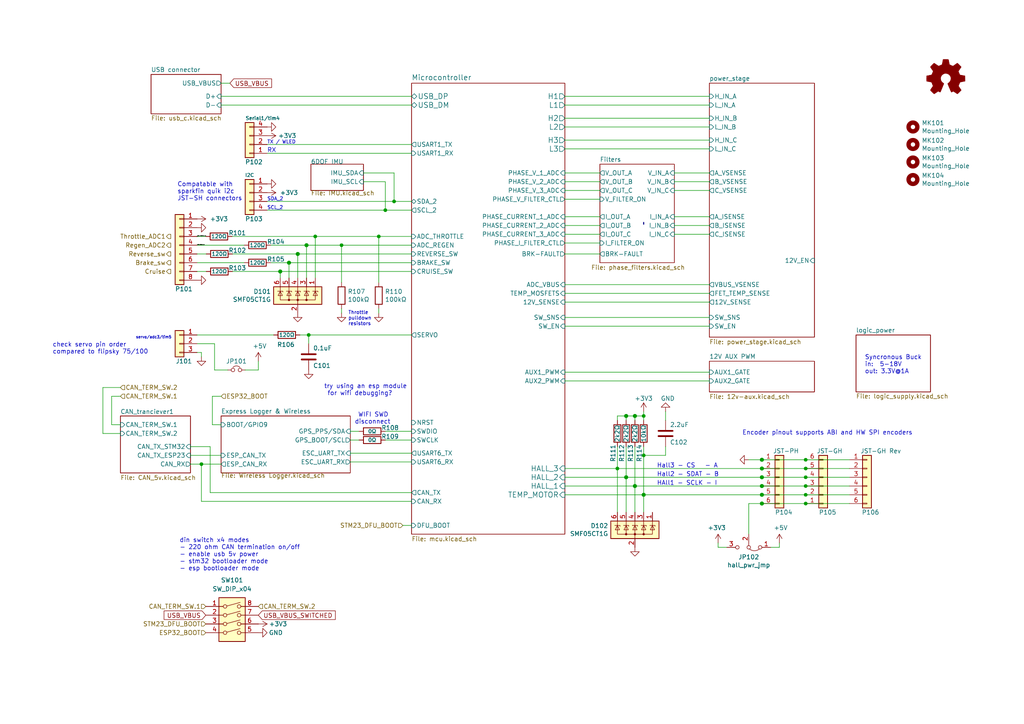
<source format=kicad_sch>
(kicad_sch (version 20230121) (generator eeschema)
  (paper "A4")
  (title_block (title "Moxie-Drive 24, vesc compatable motor controller") (date "2020-07-01") (rev "1.0") (company "Marshall Scholz"))
  (lib_symbols
    (symbol "24_control_board-rescue:+3.3V-power-MoxiE_Control_board-rescue" (power) (pin_names (offset 0))
      (property "Value" "+3.3V-power-MoxiE_Control_board-rescue" (at 0 3.556 0))
      (symbol "+3.3V-power-MoxiE_Control_board-rescue_0_1"
        (polyline (pts (xy -0.762 1.27) (xy 0 2.54)))
        (polyline (pts (xy 0 0) (xy 0 2.54)))
        (polyline (pts (xy 0 2.54) (xy 0.762 1.27)))
      )
      (symbol "+3.3V-power-MoxiE_Control_board-rescue_1_1"
        (pin power_in line (at 0 0 90) (length 0) hide (name "+3V3") (number "1"))
      )
    )
    (symbol "24_control_board-rescue:Conn_01x04-Connector_Generic-MoxiE_Control_board-rescue" (pin_names hide)
      (property "Reference" "J" (at 0 5.08 0))
      (property "Value" "Conn_01x04-Connector_Generic-MoxiE_Control_board-rescue" (at 0 -7.62 0))
      (symbol "Conn_01x04-Connector_Generic-MoxiE_Control_board-rescue_1_1"
        (rectangle (start -1.27 -4.953) (end 0 -5.207) (stroke (width 0.1524)))
        (rectangle (start -1.27 -2.413) (end 0 -2.667) (stroke (width 0.1524)))
        (rectangle (start -1.27 0.127) (end 0 -0.127) (stroke (width 0.1524)))
        (rectangle (start -1.27 2.667) (end 0 2.413) (stroke (width 0.1524)))
        (rectangle (start -1.27 3.81) (end 1.27 -6.35) (stroke (width 0.254)) (fill (type background)))
        (pin passive line (at -5.08 2.54 0) (length 3.81) (name "Pin_1") (number "1"))
        (pin passive line (at -5.08 0 0) (length 3.81) (name "Pin_2") (number "2"))
        (pin passive line (at -5.08 -2.54 0) (length 3.81) (name "Pin_3") (number "3"))
        (pin passive line (at -5.08 -5.08 0) (length 3.81) (name "Pin_4") (number "4"))
      )
    )
    (symbol "24_control_board-rescue:Conn_01x06-Connector_Generic-MoxiE_Control_board-rescue" (pin_names hide)
      (property "Reference" "J" (at 0 7.62 0))
      (property "Value" "Conn_01x06-Connector_Generic-MoxiE_Control_board-rescue" (at 0 -10.16 0))
      (symbol "Conn_01x06-Connector_Generic-MoxiE_Control_board-rescue_1_1"
        (rectangle (start -1.27 -7.493) (end 0 -7.747) (stroke (width 0.1524)))
        (rectangle (start -1.27 -4.953) (end 0 -5.207) (stroke (width 0.1524)))
        (rectangle (start -1.27 -2.413) (end 0 -2.667) (stroke (width 0.1524)))
        (rectangle (start -1.27 0.127) (end 0 -0.127) (stroke (width 0.1524)))
        (rectangle (start -1.27 2.667) (end 0 2.413) (stroke (width 0.1524)))
        (rectangle (start -1.27 5.207) (end 0 4.953) (stroke (width 0.1524)))
        (rectangle (start -1.27 6.35) (end 1.27 -8.89) (stroke (width 0.254)) (fill (type background)))
        (pin passive line (at -5.08 5.08 0) (length 3.81) (name "Pin_1") (number "1"))
        (pin passive line (at -5.08 2.54 0) (length 3.81) (name "Pin_2") (number "2"))
        (pin passive line (at -5.08 0 0) (length 3.81) (name "Pin_3") (number "3"))
        (pin passive line (at -5.08 -2.54 0) (length 3.81) (name "Pin_4") (number "4"))
        (pin passive line (at -5.08 -5.08 0) (length 3.81) (name "Pin_5") (number "5"))
        (pin passive line (at -5.08 -7.62 0) (length 3.81) (name "Pin_6") (number "6"))
      )
    )
    (symbol "24_control_board-rescue:GND-power-MoxiE_Control_board-rescue" (power) (pin_names (offset 0))
      (property "Value" "GND-power-MoxiE_Control_board-rescue" (at 0 -3.81 0))
      (symbol "GND-power-MoxiE_Control_board-rescue_0_1"
        (polyline (pts (xy 0 0) (xy 0 -1.27) (xy 1.27 -1.27) (xy 0 -2.54) (xy -1.27 -1.27) (xy 0 -1.27)))
      )
      (symbol "GND-power-MoxiE_Control_board-rescue_1_1"
        (pin power_in line (at 0 0 270) (length 0) hide (name "GND") (number "1"))
      )
    )
    (symbol "24_control_board-rescue:R-Device-MoxiE_Control_board-rescue" (pin_numbers hide) (pin_names (offset 0))
      (property "Reference" "R" (at 2.032 0 90))
      (property "Value" "R-Device-MoxiE_Control_board-rescue" (at 0 0 90))
      (symbol "R-Device-MoxiE_Control_board-rescue_0_1"
        (rectangle (start -1.016 -2.54) (end 1.016 2.54) (stroke (width 0.254)))
      )
      (symbol "R-Device-MoxiE_Control_board-rescue_1_1"
        (pin passive line (at 0 3.81 270) (length 1.27) (name "~") (number "1"))
        (pin passive line (at 0 -3.81 90) (length 1.27) (name "~") (number "2"))
      )
    )
    (symbol "Connector_Generic:Conn_01x03" (pin_names (offset 1.016) hide)
      (property "Reference" "J" (at 0 5.08 0))
      (property "Value" "Conn_01x03" (at 0 -5.08 0))
      (symbol "Conn_01x03_1_1"
        (rectangle (start -1.27 -2.413) (end 0 -2.667) (stroke (width 0.1524)))
        (rectangle (start -1.27 0.127) (end 0 -0.127) (stroke (width 0.1524)))
        (rectangle (start -1.27 2.667) (end 0 2.413) (stroke (width 0.1524)))
        (rectangle (start -1.27 3.81) (end 1.27 -3.81) (stroke (width 0.254)) (fill (type background)))
        (pin passive line (at -5.08 2.54 0) (length 3.81) (name "Pin_1") (number "1"))
        (pin passive line (at -5.08 0 0) (length 3.81) (name "Pin_2") (number "2"))
        (pin passive line (at -5.08 -2.54 0) (length 3.81) (name "Pin_3") (number "3"))
      )
    )
    (symbol "Connector_Generic:Conn_01x06" (pin_names (offset 1.016) hide)
      (property "Reference" "J" (at 0 7.62 0))
      (property "Value" "Conn_01x06" (at 0 -10.16 0))
      (symbol "Conn_01x06_1_1"
        (rectangle (start -1.27 -7.493) (end 0 -7.747) (stroke (width 0.1524)))
        (rectangle (start -1.27 -4.953) (end 0 -5.207) (stroke (width 0.1524)))
        (rectangle (start -1.27 -2.413) (end 0 -2.667) (stroke (width 0.1524)))
        (rectangle (start -1.27 0.127) (end 0 -0.127) (stroke (width 0.1524)))
        (rectangle (start -1.27 2.667) (end 0 2.413) (stroke (width 0.1524)))
        (rectangle (start -1.27 5.207) (end 0 4.953) (stroke (width 0.1524)))
        (rectangle (start -1.27 6.35) (end 1.27 -8.89) (stroke (width 0.254)) (fill (type background)))
        (pin passive line (at -5.08 5.08 0) (length 3.81) (name "Pin_1") (number "1"))
        (pin passive line (at -5.08 2.54 0) (length 3.81) (name "Pin_2") (number "2"))
        (pin passive line (at -5.08 0 0) (length 3.81) (name "Pin_3") (number "3"))
        (pin passive line (at -5.08 -2.54 0) (length 3.81) (name "Pin_4") (number "4"))
        (pin passive line (at -5.08 -5.08 0) (length 3.81) (name "Pin_5") (number "5"))
        (pin passive line (at -5.08 -7.62 0) (length 3.81) (name "Pin_6") (number "6"))
      )
    )
    (symbol "Connector_Generic:Conn_01x08" (pin_names hide)
      (property "Reference" "J" (at 0 10.16 0))
      (property "Value" "Conn_01x08" (at 0 -12.7 0))
      (symbol "Conn_01x08_1_1"
        (rectangle (start -1.27 -10.033) (end 0 -10.287) (stroke (width 0.1524)))
        (rectangle (start -1.27 -7.493) (end 0 -7.747) (stroke (width 0.1524)))
        (rectangle (start -1.27 -4.953) (end 0 -5.207) (stroke (width 0.1524)))
        (rectangle (start -1.27 -2.413) (end 0 -2.667) (stroke (width 0.1524)))
        (rectangle (start -1.27 0.127) (end 0 -0.127) (stroke (width 0.1524)))
        (rectangle (start -1.27 2.667) (end 0 2.413) (stroke (width 0.1524)))
        (rectangle (start -1.27 5.207) (end 0 4.953) (stroke (width 0.1524)))
        (rectangle (start -1.27 7.747) (end 0 7.493) (stroke (width 0.1524)))
        (rectangle (start -1.27 8.89) (end 1.27 -11.43) (stroke (width 0.254)) (fill (type background)))
        (pin passive line (at -5.08 7.62 0) (length 3.81) (name "Pin_1") (number "1"))
        (pin passive line (at -5.08 5.08 0) (length 3.81) (name "Pin_2") (number "2"))
        (pin passive line (at -5.08 2.54 0) (length 3.81) (name "Pin_3") (number "3"))
        (pin passive line (at -5.08 0 0) (length 3.81) (name "Pin_4") (number "4"))
        (pin passive line (at -5.08 -2.54 0) (length 3.81) (name "Pin_5") (number "5"))
        (pin passive line (at -5.08 -5.08 0) (length 3.81) (name "Pin_6") (number "6"))
        (pin passive line (at -5.08 -7.62 0) (length 3.81) (name "Pin_7") (number "7"))
        (pin passive line (at -5.08 -10.16 0) (length 3.81) (name "Pin_8") (number "8"))
      )
    )
    (symbol "Device:C" (pin_numbers hide) (pin_names (offset 0.254))
      (property "Reference" "C" (at 0.635 2.54 0))
      (property "Value" "C" (at 0.635 -2.54 0))
      (symbol "C_0_1"
        (polyline (pts (xy -2.032 -0.762) (xy 2.032 -0.762)) (stroke (width 0.508)))
        (polyline (pts (xy -2.032 0.762) (xy 2.032 0.762)) (stroke (width 0.508)))
      )
      (symbol "C_1_1"
        (pin passive line (at 0 3.81 270) (length 2.794) (name "~") (number "1"))
        (pin passive line (at 0 -3.81 90) (length 2.794) (name "~") (number "2"))
      )
    )
    (symbol "Device:Jumper_NC_Small" (pin_numbers hide) (pin_names (offset 0.762) hide)
      (property "Reference" "JP" (at 0 2.032 0))
      (property "Value" "Jumper_NC_Small" (at 0.254 -1.524 0))
      (symbol "Jumper_NC_Small_0_1"
        (circle (center -1.016 0) (radius 0.508))
        (circle (center 1.016 0) (radius 0.508))
        (arc (start 1.016 0.762) (mid 0 1.1828) (end -1.016 0.762))
        (pin passive line (at -2.54 0 0) (length 1.016) (name "1") (number "1"))
        (pin passive line (at 2.54 0 180) (length 1.016) (name "2") (number "2"))
      )
    )
    (symbol "Graphic:Logo_Open_Hardware_Small"
      (symbol "Logo_Open_Hardware_Small_0_1"
        (polyline (pts (xy 3.3528 -4.3434) (xy 3.302 -4.318) (xy 3.175 -4.2418) (xy 2.9972 -4.1148) (xy 2.7686 -3.9624) (xy 2.54 -3.81) (xy 2.3622 -3.7084) (xy 2.2352 -3.6068) (xy 2.1844 -3.5814) (xy 2.159 -3.6068) (xy 2.0574 -3.6576) (xy 1.905 -3.7338) (xy 1.8034 -3.7846) (xy 1.6764 -3.8354) (xy 1.6002 -3.8354) (xy 1.6002 -3.8354) (xy 1.5494 -3.7338) (xy 1.4732 -3.5306) (xy 1.3462 -3.302) (xy 1.2446 -3.0226) (xy 1.1176 -2.7178) (xy 0.9652 -2.413) (xy 0.8636 -2.1082) (xy 0.7366 -1.8288) (xy 0.6604 -1.6256) (xy 0.6096 -1.4732) (xy 0.5842 -1.397) (xy 0.5842 -1.397) (xy 0.6604 -1.3208) (xy 0.7874 -1.2446) (xy 1.0414 -1.016) (xy 1.2954 -0.6858) (xy 1.4478 -0.3302) (xy 1.524 0.0762) (xy 1.4732 0.4572) (xy 1.3208 0.8128) (xy 1.0668 1.143) (xy 0.762 1.3716) (xy 0.4064 1.524) (xy 0 1.5748) (xy -0.381 1.5494) (xy -0.7366 1.397) (xy -1.0668 1.143) (xy -1.2192 0.9906) (xy -1.397 0.6604) (xy -1.524 0.3048) (xy -1.524 0.2286) (xy -1.4986 -0.1778) (xy -1.397 -0.5334) (xy -1.1938 -0.8636) (xy -0.9144 -1.143) (xy -0.8636 -1.1684) (xy -0.7366 -1.27) (xy -0.635 -1.3462) (xy -0.5842 -1.397) (xy -1.0668 -2.5908) (xy -1.143 -2.794) (xy -1.2954 -3.1242) (xy -1.397 -3.4036) (xy -1.4986 -3.6322) (xy -1.5748 -3.7846) (xy -1.6002 -3.8354) (xy -1.6002 -3.8354) (xy -1.651 -3.8354) (xy -1.7272 -3.81) (xy -1.905 -3.7338) (xy -2.0066 -3.683) (xy -2.1336 -3.6068) (xy -2.2098 -3.5814) (xy -2.2606 -3.6068) (xy -2.3622 -3.683) (xy -2.54 -3.81) (xy -2.7686 -3.9624) (xy -2.9718 -4.0894) (xy -3.1496 -4.2164) (xy -3.302 -4.318) (xy -3.3528 -4.3434) (xy -3.3782 -4.3434) (xy -3.429 -4.318) (xy -3.5306 -4.2164) (xy -3.7084 -4.064) (xy -3.937 -3.8354) (xy -3.9624 -3.81) (xy -4.1656 -3.6068) (xy -4.318 -3.4544) (xy -4.4196 -3.3274) (xy -4.445 -3.2766) (xy -4.445 -3.2766) (xy -4.4196 -3.2258) (xy -4.318 -3.0734) (xy -4.2164 -2.8956) (xy -4.064 -2.667) (xy -3.6576 -2.0828) (xy -3.8862 -1.5494) (xy -3.937 -1.3716) (xy -4.0386 -1.1684) (xy -4.0894 -1.0414) (xy -4.1148 -0.9652) (xy -4.191 -0.9398) (xy -4.318 -0.9144) (xy -4.5466 -0.8636) (xy -4.8006 -0.8128) (xy -5.0546 -0.7874) (xy -5.2578 -0.7366) (xy -5.4356 -0.7112) (xy -5.5118 -0.6858) (xy -5.5118 -0.6858) (xy -5.5372 -0.635) (xy -5.5372 -0.5588) (xy -5.5372 -0.4318) (xy -5.5626 -0.2286) (xy -5.5626 0.0762) (xy -5.5626 0.127) (xy -5.5372 0.4064) (xy -5.5372 0.635) (xy -5.5372 0.762) (xy -5.5372 0.8382) (xy -5.5372 0.8382) (xy -5.461 0.8382) (xy -5.3086 0.889) (xy -5.08 0.9144) (xy -4.826 0.9652) (xy -4.8006 0.9906) (xy -4.5466 1.0414) (xy -4.318 1.0668) (xy -4.1656 1.1176) (xy -4.0894 1.143) (xy -4.0894 1.143) (xy -4.0386 1.2446) (xy -3.9624 1.4224) (xy -3.8608 1.6256) (xy -3.7846 1.8288) (xy -3.7084 2.0066) (xy -3.6576 2.159) (xy -3.6322 2.2098) (xy -3.6322 2.2098) (xy -3.683 2.286) (xy -3.7592 2.413) (xy -3.8862 2.5908) (xy -4.064 2.8194) (xy -4.064 2.8448) (xy -4.2164 3.0734) (xy -4.3434 3.2512) (xy -4.4196 3.3782) (xy -4.445 3.4544) (xy -4.445 3.4544) (xy -4.3942 3.5052) (xy -4.2926 3.6322) (xy -4.1148 3.81) (xy -3.937 4.0132) (xy -3.8608 4.064) (xy -3.6576 4.2926) (xy -3.5052 4.4196) (xy -3.4036 4.4958) (xy -3.3528 4.5212) (xy -3.3528 4.5212) (xy -3.302 4.4704) (xy -3.1496 4.3688) (xy -2.9718 4.2418) (xy -2.7432 4.0894) (xy -2.7178 4.0894) (xy -2.4892 3.937) (xy -2.3114 3.81) (xy -2.1844 3.7084) (xy -2.1336 3.683) (xy -2.1082 3.683) (xy -2.032 3.7084) (xy -1.8542 3.7592) (xy -1.6764 3.8354) (xy -1.4732 3.937) (xy -1.27 4.0132) (xy -1.143 4.064) (xy -1.0668 4.1148) (xy -1.0668 4.1148) (xy -1.0414 4.191) (xy -1.016 4.3434) (xy -0.9652 4.572) (xy -0.9144 4.8514) (xy -0.889 4.9022) (xy -0.8382 5.1562) (xy -0.8128 5.3848) (xy -0.7874 5.5372) (xy -0.762 5.588) (xy -0.7112 5.6134) (xy -0.5842 5.6134) (xy -0.4064 5.6134) (xy -0.1524 5.6134) (xy 0.0762 5.6134) (xy 0.3302 5.6134) (xy 0.5334 5.6134) (xy 0.6858 5.588) (xy 0.7366 5.588) (xy 0.7366 5.588) (xy 0.762 5.5118) (xy 0.8128 5.334) (xy 0.8382 5.1054) (xy 0.9144 4.826) (xy 0.9144 4.7752) (xy 0.9652 4.5212) (xy 1.016 4.2926) (xy 1.0414 4.1402) (xy 1.0668 4.0894) (xy 1.0668 4.0894) (xy 1.1938 4.0386) (xy 1.3716 3.9624) (xy 1.5748 3.8608) (xy 2.0828 3.6576) (xy 2.7178 4.0894) (xy 2.7686 4.1402) (xy 2.9972 4.2926) (xy 3.175 4.4196) (xy 3.302 4.4958) (xy 3.3782 4.5212) (xy 3.3782 4.5212) (xy 3.429 4.4704) (xy 3.556 4.3434) (xy 3.7338 4.191) (xy 3.9116 3.9878) (xy 4.064 3.8354) (xy 4.2418 3.6576) (xy 4.3434 3.556) (xy 4.4196 3.4798) (xy 4.4196 3.429) (xy 4.4196 3.4036) (xy 4.3942 3.3274) (xy 4.2926 3.2004) (xy 4.1656 2.9972) (xy 4.0132 2.794) (xy 3.8862 2.5908) (xy 3.7592 2.3876) (xy 3.6576 2.2352) (xy 3.6322 2.159) (xy 3.6322 2.1336) (xy 3.683 2.0066) (xy 3.7592 1.8288) (xy 3.8608 1.6002) (xy 4.064 1.1176) (xy 4.3942 1.0414) (xy 4.5974 1.016) (xy 4.8768 0.9652) (xy 5.1308 0.9144) (xy 5.5372 0.8382) (xy 5.5626 -0.6604) (xy 5.4864 -0.6858) (xy 5.4356 -0.6858) (xy 5.2832 -0.7366) (xy 5.0546 -0.762) (xy 4.8006 -0.8128) (xy 4.5974 -0.8636) (xy 4.3688 -0.9144) (xy 4.2164 -0.9398) (xy 4.1402 -0.9398) (xy 4.1148 -0.9652) (xy 4.064 -1.0668) (xy 3.9878 -1.2446) (xy 3.9116 -1.4478) (xy 3.81 -1.651) (xy 3.7338 -1.8542) (xy 3.683 -2.0066) (xy 3.6576 -2.0828) (xy 3.683 -2.1336) (xy 3.7846 -2.2606) (xy 3.8862 -2.4638) (xy 4.0386 -2.667) (xy 4.191 -2.8956) (xy 4.318 -3.0734) (xy 4.3942 -3.2004) (xy 4.445 -3.2766) (xy 4.4196 -3.3274) (xy 4.3434 -3.429) (xy 4.1656 -3.5814) (xy 3.937 -3.8354) (xy 3.8862 -3.8608) (xy 3.683 -4.064) (xy 3.5306 -4.2164) (xy 3.4036 -4.318) (xy 3.3528 -4.3434)) (fill (type outline)))
      )
    )
    (symbol "Jumper:Jumper_3_Bridged12" (pin_names (offset 0) hide)
      (property "Reference" "JP" (at -2.54 -2.54 0))
      (property "Value" "Jumper_3_Bridged12" (at 0 2.794 0))
      (symbol "Jumper_3_Bridged12_0_0"
        (circle (center -3.302 0) (radius 0.508))
        (circle (center 0 0) (radius 0.508))
        (circle (center 3.302 0) (radius 0.508))
      )
      (symbol "Jumper_3_Bridged12_0_1"
        (arc (start -0.254 0.508) (mid -1.651 0.9912) (end -3.048 0.508))
        (polyline (pts (xy 0 -1.27) (xy 0 -0.508)))
      )
      (symbol "Jumper_3_Bridged12_1_1"
        (pin passive line (at -6.35 0 0) (length 2.54) (name "A") (number "1"))
        (pin input line (at 0 -3.81 90) (length 2.54) (name "C") (number "2"))
        (pin passive line (at 6.35 0 180) (length 2.54) (name "B") (number "3"))
      )
    )
    (symbol "Mechanical:MountingHole"
      (property "Reference" "H" (at 0 5.08 0))
      (property "Value" "MountingHole" (at 0 3.175 0))
      (symbol "MountingHole_0_1"
        (circle (center 0 0) (radius 1.27) (stroke (width 1.27)))
      )
    )
    (symbol "Power_Protection:SP0505BAHT" (pin_names hide)
      (property "Reference" "D" (at 7.62 2.54 0))
      (property "Value" "SP0505BAHT" (at 7.62 0.635 0))
      (symbol "SP0505BAHT_0_0"
        (pin passive line (at 0 -5.08 90) (length 2.54) (name "A") (number "2"))
      )
      (symbol "SP0505BAHT_0_1"
        (rectangle (start -6.985 2.54) (end 6.985 -2.54) (stroke (width 0.254)) (fill (type background)))
        (circle (center -2.54 -1.27) (radius 0.254) (fill (type outline)))
        (circle (center 0 -1.27) (radius 0.254) (fill (type outline)))
        (polyline (pts (xy -5.08 2.54) (xy -5.08 1.27)))
        (polyline (pts (xy -2.54 2.54) (xy -2.54 1.27)))
        (polyline (pts (xy 0 -1.27) (xy 0 -2.54)))
        (polyline (pts (xy 0 -1.27) (xy 0 1.27)))
        (polyline (pts (xy 0 2.54) (xy 0 1.27)))
        (polyline (pts (xy 0.635 1.27) (xy 0.762 1.27)))
        (polyline (pts (xy 2.54 2.54) (xy 2.54 1.27)))
        (polyline (pts (xy 5.08 2.54) (xy 5.08 1.27)))
        (polyline (pts (xy -5.08 1.27) (xy -5.08 -1.27) (xy -2.54 -1.27)))
        (polyline (pts (xy 0.635 1.27) (xy -0.762 1.27) (xy -0.762 1.016)))
        (polyline (pts (xy 5.08 1.27) (xy 5.08 -1.27) (xy 2.54 -1.27)))
        (polyline (pts (xy -5.842 1.016) (xy -5.842 1.27) (xy -4.445 1.27) (xy -4.318 1.27)))
        (polyline (pts (xy -5.08 1.27) (xy -4.445 0) (xy -5.715 0) (xy -5.08 1.27)))
        (polyline (pts (xy -3.302 1.016) (xy -3.302 1.27) (xy -1.905 1.27) (xy -1.778 1.27)))
        (polyline (pts (xy -2.54 1.27) (xy -2.54 -1.27) (xy 2.54 -1.27) (xy 2.54 1.27)))
        (polyline (pts (xy -2.54 1.27) (xy -1.905 0) (xy -3.175 0) (xy -2.54 1.27)))
        (polyline (pts (xy 0.635 0) (xy -0.635 0) (xy 0 1.27) (xy 0.635 0)))
        (polyline (pts (xy 1.778 1.016) (xy 1.778 1.27) (xy 3.175 1.27) (xy 3.302 1.27)))
        (polyline (pts (xy 2.54 1.27) (xy 1.905 0) (xy 3.175 0) (xy 2.54 1.27)))
        (polyline (pts (xy 4.318 1.016) (xy 4.318 1.27) (xy 5.715 1.27) (xy 5.842 1.27)))
        (polyline (pts (xy 5.08 1.27) (xy 4.445 0) (xy 5.715 0) (xy 5.08 1.27)))
        (circle (center 2.54 -1.27) (radius 0.254) (fill (type outline)))
      )
      (symbol "SP0505BAHT_1_1"
        (pin passive line (at -5.08 5.08 270) (length 2.54) (name "K") (number "1"))
        (pin passive line (at -2.54 5.08 270) (length 2.54) (name "K") (number "3"))
        (pin passive line (at 0 5.08 270) (length 2.54) (name "K") (number "4"))
        (pin passive line (at 2.54 5.08 270) (length 2.54) (name "K") (number "5"))
        (pin passive line (at 5.08 5.08 270) (length 2.54) (name "K") (number "6"))
      )
    )
    (symbol "Switch:SW_DIP_x04" (pin_names (offset 0) hide)
      (property "Reference" "SW" (at 0 8.89 0))
      (property "Value" "SW_DIP_x04" (at 0 -6.35 0))
      (symbol "SW_DIP_x04_0_0"
        (circle (center -2.032 -2.54) (radius 0.508))
        (circle (center -2.032 0) (radius 0.508))
        (circle (center -2.032 2.54) (radius 0.508))
        (circle (center -2.032 5.08) (radius 0.508))
        (polyline (pts (xy -1.524 -2.3876) (xy 2.3622 -1.3462)))
        (polyline (pts (xy -1.524 0.127) (xy 2.3622 1.1684)))
        (polyline (pts (xy -1.524 2.667) (xy 2.3622 3.7084)))
        (polyline (pts (xy -1.524 5.207) (xy 2.3622 6.2484)))
        (circle (center 2.032 -2.54) (radius 0.508))
        (circle (center 2.032 0) (radius 0.508))
        (circle (center 2.032 2.54) (radius 0.508))
        (circle (center 2.032 5.08) (radius 0.508))
      )
      (symbol "SW_DIP_x04_0_1"
        (rectangle (start -3.81 7.62) (end 3.81 -5.08) (stroke (width 0.254)) (fill (type background)))
      )
      (symbol "SW_DIP_x04_1_1"
        (pin passive line (at -7.62 5.08 0) (length 5.08) (name "~") (number "1"))
        (pin passive line (at -7.62 2.54 0) (length 5.08) (name "~") (number "2"))
        (pin passive line (at -7.62 0 0) (length 5.08) (name "~") (number "3"))
        (pin passive line (at -7.62 -2.54 0) (length 5.08) (name "~") (number "4"))
        (pin passive line (at 7.62 -2.54 180) (length 5.08) (name "~") (number "5"))
        (pin passive line (at 7.62 0 180) (length 5.08) (name "~") (number "6"))
        (pin passive line (at 7.62 2.54 180) (length 5.08) (name "~") (number "7"))
        (pin passive line (at 7.62 5.08 180) (length 5.08) (name "~") (number "8"))
      )
    )
    (symbol "power:+5V" (power) (pin_names (offset 0))
      (property "Value" "+5V" (at 0 3.556 0))
      (symbol "+5V_0_1"
        (polyline (pts (xy -0.762 1.27) (xy 0 2.54)))
        (polyline (pts (xy 0 0) (xy 0 2.54)))
        (polyline (pts (xy 0 2.54) (xy 0.762 1.27)))
      )
      (symbol "+5V_1_1"
        (pin power_in line (at 0 0 90) (length 0) hide (name "+5V") (number "1"))
      )
    )
  )
  (junction (at 220.98 140.97) (diameter 1.016))
  (junction (at 181.61 120.65) (diameter 1.016))
  (junction (at 81.28 78.74) (diameter 1.016))
  (junction (at 220.98 133.35) (diameter 1.016))
  (junction (at 179.07 135.89))
  (junction (at 186.69 132.08))
  (junction (at 233.68 143.51))
  (junction (at 233.68 133.35))
  (junction (at 109.855 68.58))
  (junction (at 220.98 138.43) (diameter 1.016))
  (junction (at 58.42 134.62))
  (junction (at 89.535 97.155))
  (junction (at 233.68 140.97))
  (junction (at 186.69 120.65))
  (junction (at 233.68 135.89))
  (junction (at 181.61 138.43) (diameter 1.016))
  (junction (at 186.69 143.51) (diameter 1.016))
  (junction (at 220.98 146.05) (diameter 1.016))
  (junction (at 86.36 73.66) (diameter 1.016))
  (junction (at 111.76 60.96))
  (junction (at 114.3 58.42))
  (junction (at 220.98 135.89) (diameter 1.016))
  (junction (at 233.68 138.43))
  (junction (at 88.9 71.12) (diameter 1.016))
  (junction (at 220.98 143.51) (diameter 1.016))
  (junction (at 233.68 146.05))
  (junction (at 184.15 140.97) (diameter 1.016))
  (junction (at 184.15 120.65) (diameter 1.016))
  (junction (at 91.44 68.58))
  (junction (at 99.06 71.12))
  (junction (at 83.82 76.2) (diameter 1.016))
  (wire (pts (xy 91.44 68.58) (xy 91.44 80.645)))
  (wire (pts (xy 81.28 78.74) (xy 119.38 78.74)))
  (wire (pts (xy 205.74 50.165) (xy 195.58 50.165)))
  (wire (pts (xy 163.83 70.485) (xy 173.99 70.485)))
  (wire (pts (xy 163.83 110.49) (xy 205.74 110.49)))
  (wire (pts (xy 77.47 44.45) (xy 119.38 44.45)))
  (wire (pts (xy 233.68 143.51) (xy 246.38 143.51)))
  (wire (pts (xy 89.535 97.155) (xy 119.38 97.155)))
  (wire (pts (xy 77.47 58.42) (xy 114.3 58.42)))
  (wire (pts (xy 60.96 142.875) (xy 119.38 142.875)))
  (wire (pts (xy 88.9 71.12) (xy 99.06 71.12)))
  (wire (pts (xy 195.58 62.865) (xy 205.74 62.865)))
  (wire (pts (xy 184.15 140.97) (xy 184.15 148.59)))
  (wire (pts (xy 220.98 133.35) (xy 233.68 133.35)))
  (wire (pts (xy 64.135 24.13) (xy 66.675 24.13)))
  (wire (pts (xy 61.595 114.935) (xy 64.135 114.935)))
  (wire (pts (xy 29.845 112.395) (xy 34.925 112.395)))
  (wire (pts (xy 186.69 143.51) (xy 220.98 143.51)))
  (wire (pts (xy 78.486 71.12) (xy 88.9 71.12)))
  (wire (pts (xy 217.17 146.05) (xy 220.98 146.05)))
  (wire (pts (xy 81.28 78.74) (xy 81.28 80.645)))
  (wire (pts (xy 163.83 36.83) (xy 205.74 36.83)))
  (wire (pts (xy 111.76 60.96) (xy 119.38 60.96)))
  (wire (pts (xy 163.83 140.97) (xy 184.15 140.97)))
  (wire (pts (xy 163.83 52.705) (xy 173.99 52.705)))
  (wire (pts (xy 86.36 73.66) (xy 86.36 80.645)))
  (wire (pts (xy 32.385 114.935) (xy 34.925 114.935)))
  (wire (pts (xy 101.6 127.635) (xy 104.14 127.635)))
  (wire (pts (xy 109.855 81.915) (xy 109.855 68.58)))
  (wire (pts (xy 223.52 158.75) (xy 226.06 158.75)))
  (wire (pts (xy 86.36 73.66) (xy 119.38 73.66)))
  (wire (pts (xy 181.61 129.54) (xy 181.61 138.43)))
  (wire (pts (xy 111.76 52.705) (xy 111.76 60.96)))
  (wire (pts (xy 58.42 102.235) (xy 58.42 103.505)))
  (wire (pts (xy 217.17 154.94) (xy 217.17 146.05)))
  (wire (pts (xy 186.69 119.38) (xy 186.69 120.65)))
  (wire (pts (xy 111.76 125.095) (xy 119.38 125.095)))
  (wire (pts (xy 55.245 132.08) (xy 64.135 132.08)))
  (wire (pts (xy 57.15 73.66) (xy 59.817 73.66)))
  (wire (pts (xy 67.437 73.66) (xy 86.36 73.66)))
  (wire (pts (xy 58.42 145.415) (xy 58.42 134.62)))
  (wire (pts (xy 111.76 127.635) (xy 119.38 127.635)))
  (wire (pts (xy 220.98 138.43) (xy 233.68 138.43)))
  (wire (pts (xy 233.68 140.97) (xy 246.38 140.97)))
  (wire (pts (xy 57.15 71.12) (xy 70.866 71.12)))
  (wire (pts (xy 173.99 50.165) (xy 163.83 50.165)))
  (wire (pts (xy 173.99 57.785) (xy 163.83 57.785)))
  (wire (pts (xy 86.995 97.155) (xy 89.535 97.155)))
  (wire (pts (xy 105.41 52.705) (xy 111.76 52.705)))
  (wire (pts (xy 57.15 102.235) (xy 58.42 102.235)))
  (wire (pts (xy 57.15 97.155) (xy 79.375 97.155)))
  (wire (pts (xy 99.06 71.12) (xy 99.06 81.915)))
  (wire (pts (xy 101.6 131.445) (xy 119.38 131.445)))
  (wire (pts (xy 205.74 34.29) (xy 163.83 34.29)))
  (wire (pts (xy 184.15 129.54) (xy 184.15 140.97)))
  (wire (pts (xy 163.83 92.075) (xy 205.74 92.075)))
  (wire (pts (xy 186.69 129.54) (xy 186.69 132.08)))
  (wire (pts (xy 195.58 52.705) (xy 205.74 52.705)))
  (wire (pts (xy 29.845 125.73) (xy 34.925 125.73)))
  (wire (pts (xy 233.68 133.35) (xy 246.38 133.35)))
  (wire (pts (xy 60.96 129.54) (xy 60.96 142.875)))
  (wire (pts (xy 163.83 94.615) (xy 205.74 94.615)))
  (wire (pts (xy 163.83 107.95) (xy 205.74 107.95)))
  (wire (pts (xy 208.28 158.75) (xy 210.82 158.75)))
  (wire (pts (xy 101.6 133.985) (xy 119.38 133.985)))
  (wire (pts (xy 163.83 67.945) (xy 173.99 67.945)))
  (wire (pts (xy 193.04 129.54) (xy 193.04 132.08)))
  (wire (pts (xy 57.15 76.2) (xy 70.866 76.2)))
  (wire (pts (xy 77.47 60.96) (xy 111.76 60.96)))
  (wire (pts (xy 205.74 27.94) (xy 163.83 27.94)))
  (wire (pts (xy 32.385 123.19) (xy 32.385 114.935)))
  (wire (pts (xy 64.135 27.94) (xy 119.38 27.94)))
  (wire (pts (xy 195.58 67.945) (xy 205.74 67.945)))
  (wire (pts (xy 220.98 133.35) (xy 217.17 133.35)))
  (wire (pts (xy 109.855 68.58) (xy 119.38 68.58)))
  (wire (pts (xy 78.486 76.2) (xy 83.82 76.2)))
  (wire (pts (xy 114.3 58.42) (xy 119.38 58.42)))
  (wire (pts (xy 83.82 80.645) (xy 83.82 76.2)))
  (wire (pts (xy 181.61 148.59) (xy 181.61 138.43)))
  (wire (pts (xy 184.15 121.92) (xy 184.15 120.65)))
  (wire (pts (xy 205.74 55.245) (xy 195.58 55.245)))
  (wire (pts (xy 186.69 143.51) (xy 186.69 148.59)))
  (wire (pts (xy 163.83 135.89) (xy 179.07 135.89)))
  (bus (pts (xy 186.69 64.516) (xy 186.69 65.024)))
  (wire (pts (xy 205.74 40.64) (xy 163.83 40.64)))
  (wire (pts (xy 220.98 135.89) (xy 233.68 135.89)))
  (wire (pts (xy 163.83 43.18) (xy 205.74 43.18)))
  (wire (pts (xy 101.6 125.095) (xy 104.14 125.095)))
  (wire (pts (xy 163.83 143.51) (xy 186.69 143.51)))
  (wire (pts (xy 184.15 140.97) (xy 220.98 140.97)))
  (wire (pts (xy 163.83 62.865) (xy 173.99 62.865)))
  (wire (pts (xy 186.69 132.08) (xy 193.04 132.08)))
  (wire (pts (xy 179.07 135.89) (xy 220.98 135.89)))
  (wire (pts (xy 89.535 97.155) (xy 89.535 99.695)))
  (wire (pts (xy 62.23 107.315) (xy 62.23 99.695)))
  (wire (pts (xy 179.07 135.89) (xy 179.07 148.59)))
  (wire (pts (xy 205.74 87.63) (xy 163.83 87.63)))
  (wire (pts (xy 66.04 107.315) (xy 62.23 107.315)))
  (wire (pts (xy 29.845 125.73) (xy 29.845 112.395)))
  (wire (pts (xy 105.41 50.165) (xy 114.3 50.165)))
  (wire (pts (xy 57.15 78.74) (xy 59.817 78.74)))
  (wire (pts (xy 67.437 78.74) (xy 81.28 78.74)))
  (wire (pts (xy 57.15 99.695) (xy 62.23 99.695)))
  (wire (pts (xy 163.83 65.405) (xy 173.99 65.405)))
  (wire (pts (xy 109.855 89.535) (xy 109.855 90.805)))
  (wire (pts (xy 163.83 30.48) (xy 205.74 30.48)))
  (wire (pts (xy 233.68 138.43) (xy 246.38 138.43)))
  (wire (pts (xy 186.69 120.65) (xy 184.15 120.65)))
  (wire (pts (xy 186.69 121.92) (xy 186.69 120.65)))
  (wire (pts (xy 64.135 123.19) (xy 61.595 123.19)))
  (wire (pts (xy 179.07 129.54) (xy 179.07 135.89)))
  (wire (pts (xy 233.68 146.05) (xy 246.38 146.05)))
  (wire (pts (xy 220.98 143.51) (xy 233.68 143.51)))
  (wire (pts (xy 74.93 107.315) (xy 71.12 107.315)))
  (wire (pts (xy 163.83 82.55) (xy 205.74 82.55)))
  (wire (pts (xy 116.84 152.4) (xy 119.38 152.4)))
  (wire (pts (xy 195.58 65.405) (xy 205.74 65.405)))
  (wire (pts (xy 114.3 50.165) (xy 114.3 58.42)))
  (wire (pts (xy 179.07 121.92) (xy 179.07 120.65)))
  (wire (pts (xy 88.9 71.12) (xy 88.9 80.645)))
  (wire (pts (xy 64.135 30.48) (xy 119.38 30.48)))
  (wire (pts (xy 60.96 129.54) (xy 55.245 129.54)))
  (wire (pts (xy 163.83 85.09) (xy 205.74 85.09)))
  (wire (pts (xy 208.28 157.48) (xy 208.28 158.75)))
  (wire (pts (xy 181.61 121.92) (xy 181.61 120.65)))
  (wire (pts (xy 57.15 68.58) (xy 59.69 68.58)))
  (wire (pts (xy 163.83 73.66) (xy 173.99 73.66)))
  (wire (pts (xy 58.42 134.62) (xy 64.135 134.62)))
  (wire (pts (xy 58.42 145.415) (xy 119.38 145.415)))
  (wire (pts (xy 233.68 135.89) (xy 246.38 135.89)))
  (wire (pts (xy 181.61 138.43) (xy 220.98 138.43)))
  (wire (pts (xy 74.93 104.775) (xy 74.93 107.315)))
  (wire (pts (xy 99.06 89.535) (xy 99.06 90.805)))
  (wire (pts (xy 186.69 132.08) (xy 186.69 143.51)))
  (wire (pts (xy 193.04 119.38) (xy 193.04 121.92)))
  (wire (pts (xy 61.595 123.19) (xy 61.595 114.935)))
  (wire (pts (xy 220.98 146.05) (xy 233.68 146.05)))
  (wire (pts (xy 91.44 68.58) (xy 109.855 68.58)))
  (wire (pts (xy 179.07 120.65) (xy 181.61 120.65)))
  (wire (pts (xy 163.83 138.43) (xy 181.61 138.43)))
  (wire (pts (xy 99.06 71.12) (xy 119.38 71.12)))
  (wire (pts (xy 173.99 55.245) (xy 163.83 55.245)))
  (wire (pts (xy 55.245 134.62) (xy 58.42 134.62)))
  (wire (pts (xy 226.06 158.75) (xy 226.06 157.48)))
  (wire (pts (xy 67.31 68.58) (xy 91.44 68.58)))
  (wire (pts (xy 220.98 140.97) (xy 233.68 140.97)))
  (wire (pts (xy 83.82 76.2) (xy 119.38 76.2)))
  (wire (pts (xy 77.47 41.91) (xy 119.38 41.91)))
  (wire (pts (xy 32.385 123.19) (xy 34.925 123.19)))
  (wire (pts (xy 181.61 120.65) (xy 184.15 120.65)))
  (text "RX" (at 77.47 44.45 0) (effects (font (size 1.27 1.27)) (justify left bottom)))
  (text "Hall3 - CS   - A" (at 190.5 135.89 0) (effects (font (size 1.27 1.27)) (justify left bottom)))
  (text "try using an esp module\n for wifi debugging?" (at 93.98 114.935 0) (effects (font (size 1.27 1.27)) (justify left bottom)))
  (text "TX / WLED" (at 77.47 41.91 0) (effects (font (size 1 1)) (justify left bottom)))
  (text "SDA_2" (at 77.47 58.42 0) (effects (font (size 1 1)) (justify left bottom)))
  (text "SCL_2" (at 77.47 60.96 0) (effects (font (size 1 1)) (justify left bottom)))
  (text "servo/adc3/tim5" (at 39.37 98.425 0) (effects (font (size 0.7874 0.7874)) (justify left bottom)))
  (text "Compatable with \nsparkfin quik i2c\nJST-SH connectors" (at 51.435 58.42 0) (effects (font (size 1.27 1.27)) (justify left bottom)))
  (text "HAll1 - SCLK - I" (at 190.5 140.97 0) (effects (font (size 1.27 1.27)) (justify left bottom)))
  (text " WIFI SWD\ndisconnect" (at 102.87 123.19 0) (effects (font (size 1.27 1.27)) (justify left bottom)))
  (text "Throttle\npulldown\nresistors" (at 100.965 94.615 0) (effects (font (size 1 1)) (justify left bottom)))
  (text "Encoder pinout supports ABI and HW SPI encoders" (at 215.265 126.365 0) (effects (font (size 1.27 1.27)) (justify left bottom)))
  (text "din switch x4 modes\n- 220 ohm CAN termination on/off\n- enable usb 5v power\n- stm32 bootloader mode\n- esp bootloader mode\n" (at 52.07 165.735 0) (effects (font (size 1.27 1.27)) (justify left bottom)))
  (text "Syncronous Buck\nin:  5-18V\nout: 3.3V@1A" (at 250.825 108.585 0) (effects (font (size 1.27 1.27)) (justify left bottom)))
  (text "check servo pin order \ncompared to flipsky 75/100" (at 15.24 102.87 0) (effects (font (size 1.27 1.27)) (justify left bottom)))
  (text "2 dedicated analog input connectors\n2 encoder / hall inputs? maybe 1 hall/encoder, 1 encoder with ribbon cable header? 5 pins needed. do 6?\nadd pins for 4th phase to micro. not on this pcb, but maybe future one\n2 servo input headers. put analog on these?\ndedicated serial header. if can pins can also do rs322, put in resistors to bypass can ic? also, why does can need vcc?" (at 67.31 -6.35 0) (effects (font (size 1.27 1.27)) (justify left bottom)))
  (text "Hall2 - SDAT - B" (at 190.5 138.43 0) (effects (font (size 1.27 1.27)) (justify left bottom)))
  (label "ADC_REGEN_R" (at 57.15 71.12 0) (effects (font (size 0.2 0.2))))
  (label "ADC_THROTTLE_R" (at 57.15 68.58 0) (effects (font (size 0.2 0.2))))
  (label "ADC_THROTTLE_R" (at 57.15 68.58 0) (effects (font (size 0 0))))
  (global_label "USB_VBUS" (shape input) (at 59.69 178.435 180) (property "Intersheetrefs" "${INTERSHEET_REFS}" (effects hide)))
  (global_label "USB_VBUS" (shape input) (at 66.675 24.13 0) (property "Intersheetrefs" "${INTERSHEET_REFS}" (effects hide)))
  (global_label "USB_VBUS_SWITCHED" (shape input) (at 74.93 178.435 0) (property "Intersheetrefs" "${INTERSHEET_REFS}" (effects hide)))
  (hierarchical_label "Cruise" (shape output) (at 49.53 78.74 180))
  (hierarchical_label "Brake_sw" (shape output) (at 49.53 76.2 180))
  (hierarchical_label "Regen_ADC2" (shape output) (at 49.53 71.12 180))
  (hierarchical_label "Reverse_sw" (shape output) (at 49.53 73.66 180))
  (hierarchical_label "ESP32_BOOT" (shape input) (at 59.69 183.515 180))
  (hierarchical_label "CAN_TERM_SW.2" (shape input) (at 34.925 112.395 0))
  (hierarchical_label "ESP32_BOOT" (shape input) (at 64.135 114.935 0))
  (hierarchical_label "CAN_TERM_SW.2" (shape input) (at 74.93 175.895 0))
  (hierarchical_label "Throttle_ADC1" (shape output) (at 49.53 68.58 180))
  (hierarchical_label "CAN_TERM_SW.1" (shape input) (at 34.925 114.935 0))
  (hierarchical_label "STM23_DFU_BOOT" (shape input) (at 59.69 180.975 180))
  (hierarchical_label "STM23_DFU_BOOT" (shape input) (at 116.84 152.4 180))
  (hierarchical_label "CAN_TERM_SW.1" (shape input) (at 59.69 175.895 180))
  (symbol (lib_id "24_control_board-rescue:Conn_01x06-Connector_Generic-MoxiE_Control_board-rescue") (at 226.06 138.43 0) (unit 1)
    (property "Reference" "P104" (at 227.33 148.59 0))
    (property "Value" "JST-PH" (at 227.965 130.81 0))
    (property "Footprint" "Connector_JST:JST_PH_B6B-PH-K_1x06_P2.00mm_Vertical" (effects hide))
  )
  (symbol (lib_id "24_control_board-rescue:GND-power-MoxiE_Control_board-rescue") (at 217.17 133.35 270) (mirror x) (unit 1)
    (property "Reference" "#PWR0120" (effects hide))
    (property "Value" "GND" (effects hide))
  )
  (symbol (lib_id "24_control_board-rescue:R-Device-MoxiE_Control_board-rescue") (at 83.185 97.155 270) (mirror x) (unit 1)
    (property "Reference" "R106" (at 82.931 99.949 90))
    (property "Value" "120Ω" (at 83.185 97.155 90) (effects (font (size 1.0922 1.0922))))
    (property "Footprint" "pkl_dipol:R_0402" (effects hide))
  )
  (symbol (lib_id "24_control_board-rescue:R-Device-MoxiE_Control_board-rescue") (at 186.69 125.73 0) (mirror x) (unit 1)
    (property "Reference" "R114" (at 185.42 131.445 90))
    (property "Value" "10kΩ" (at 186.69 125.73 90))
    (property "Footprint" "pkl_dipol:R_0402" (effects hide))
  )
  (symbol (lib_id "24_control_board-rescue:R-Device-MoxiE_Control_board-rescue") (at 181.61 125.73 0) (mirror x) (unit 1)
    (property "Reference" "R112" (at 180.34 131.445 90))
    (property "Value" "2k2Ω" (at 181.61 125.73 90))
    (property "Footprint" "pkl_dipol:R_0402" (effects hide))
  )
  (symbol (lib_id "24_control_board-rescue:R-Device-MoxiE_Control_board-rescue") (at 179.07 125.73 0) (mirror x) (unit 1)
    (property "Reference" "R111" (at 177.8 131.445 90))
    (property "Value" "2k2Ω" (at 179.07 125.73 90))
    (property "Footprint" "pkl_dipol:R_0402" (effects hide))
  )
  (symbol (lib_id "24_control_board-rescue:R-Device-MoxiE_Control_board-rescue") (at 184.15 125.73 0) (mirror x) (unit 1)
    (property "Reference" "R113" (at 182.88 131.445 90))
    (property "Value" "2k2Ω" (at 184.15 125.73 90))
    (property "Footprint" "pkl_dipol:R_0402" (effects hide))
  )
  (symbol (lib_id "24_control_board-rescue:GND-power-MoxiE_Control_board-rescue") (at 193.04 119.38 0) (mirror x) (unit 1)
    (property "Reference" "#PWR0118" (effects hide))
    (property "Value" "GND" (at 193.675 115.57 0))
  )
  (symbol (lib_id "24_control_board-rescue:+3.3V-power-MoxiE_Control_board-rescue") (at 186.69 119.38 0) (mirror y) (unit 1)
    (property "Reference" "#PWR0117" (effects hide))
    (property "Value" "+3.3V" (at 186.69 115.57 0))
  )
  (symbol (lib_id "24_control_board-rescue:+3.3V-power-MoxiE_Control_board-rescue") (at 208.28 157.48 0) (mirror y) (unit 1)
    (property "Reference" "#PWR0119" (effects hide))
    (property "Value" "+3.3V" (at 207.899 153.0858 0))
  )
  (symbol (lib_id "24_control_board-rescue:GND-power-MoxiE_Control_board-rescue") (at 89.535 107.315 0) (mirror y) (unit 1)
    (property "Reference" "#PWR0113" (effects hide))
    (property "Value" "GND" (effects hide))
  )
  (symbol (lib_id "24_control_board-rescue:GND-power-MoxiE_Control_board-rescue") (at 58.42 103.505 0) (unit 1)
    (property "Reference" "#PWR0104" (effects hide))
    (property "Value" "GND" (effects hide))
  )
  (symbol (lib_id "24_control_board-rescue:GND-power-MoxiE_Control_board-rescue") (at 57.15 66.04 90) (unit 1)
    (property "Reference" "#PWR0102" (effects hide))
    (property "Value" "GND" (effects hide))
  )
  (symbol (lib_id "24_control_board-rescue:+3.3V-power-MoxiE_Control_board-rescue") (at 57.15 63.5 270) (unit 1)
    (property "Reference" "#PWR0101" (effects hide))
    (property "Value" "+3.3V" (at 63.5 63.5 90))
  )
  (symbol (lib_id "24_control_board-rescue:GND-power-MoxiE_Control_board-rescue") (at 57.15 81.28 90) (unit 1)
    (property "Reference" "#PWR0103" (effects hide))
    (property "Value" "GND" (effects hide))
  )
  (symbol (lib_id "24_control_board-rescue:+3.3V-power-MoxiE_Control_board-rescue") (at 77.47 55.88 270) (unit 1)
    (property "Reference" "#PWR0111" (effects hide))
    (property "Value" "+3.3V" (at 83.82 55.88 90))
  )
  (symbol (lib_id "24_control_board-rescue:GND-power-MoxiE_Control_board-rescue") (at 77.47 53.34 90) (unit 1)
    (property "Reference" "#PWR0110" (effects hide))
    (property "Value" "GND" (effects hide))
  )
  (symbol (lib_id "24_control_board-rescue:Conn_01x04-Connector_Generic-MoxiE_Control_board-rescue") (at 72.39 55.88 0) (mirror y) (unit 1)
    (property "Reference" "P103" (at 73.66 63.5 0))
    (property "Value" "I2C" (at 72.39 50.8 0) (effects (font (size 1.016 1.016))))
    (property "Footprint" "Connector_JST:JST_SH_SM04B-SRSS-TB_1x04-1MP_P1.00mm_Horizontal" (effects hide))
  )
  (symbol (lib_id "24_control_board-rescue:R-Device-MoxiE_Control_board-rescue") (at 109.855 85.725 0) (unit 1)
    (property "Reference" "R110" (at 111.633 84.5566 0) (effects (justify left)))
    (property "Value" "100kΩ" (at 111.633 86.868 0) (effects (justify left)))
    (property "Footprint" "pkl_dipol:R_0402" (effects hide))
  )
  (symbol (lib_id "24_control_board-rescue:R-Device-MoxiE_Control_board-rescue") (at 99.06 85.725 0) (unit 1)
    (property "Reference" "R107" (at 100.838 84.5566 0) (effects (justify left)))
    (property "Value" "100kΩ" (at 100.838 86.868 0) (effects (justify left)))
    (property "Footprint" "pkl_dipol:R_0402" (effects hide))
  )
  (symbol (lib_id "24_control_board-rescue:GND-power-MoxiE_Control_board-rescue") (at 99.06 90.805 0) (unit 1)
    (property "Reference" "#PWR0114" (effects hide))
    (property "Value" "GND" (effects hide))
  )
  (symbol (lib_id "24_control_board-rescue:GND-power-MoxiE_Control_board-rescue") (at 109.855 90.805 0) (unit 1)
    (property "Reference" "#PWR0115" (effects hide))
    (property "Value" "GND" (effects hide))
  )
  (symbol (lib_id "24_control_board-rescue:Conn_01x04-Connector_Generic-MoxiE_Control_board-rescue") (at 72.39 41.91 180) (unit 1)
    (property "Reference" "P102" (at 73.66 46.99 0))
    (property "Value" "Serial1/tim4" (at 76.2 34.29 0) (effects (font (size 1.016 1.016))))
    (property "Footprint" "Connector_JST:JST_GH_BM04B-GHS-TBT_1x04-1MP_P1.25mm_Vertical" (effects hide))
  )
  (symbol (lib_id "24_control_board-rescue:+3.3V-power-MoxiE_Control_board-rescue") (at 77.47 39.37 270) (unit 1)
    (property "Reference" "#PWR0109" (effects hide))
    (property "Value" "+3.3V" (at 83.312 39.37 90))
  )
  (symbol (lib_id "24_control_board-rescue:GND-power-MoxiE_Control_board-rescue") (at 77.47 36.83 90) (unit 1)
    (property "Reference" "#PWR0108" (effects hide))
    (property "Value" "GND" (effects hide))
  )
  (symbol (lib_id "24_control_board-rescue:R-Device-MoxiE_Control_board-rescue") (at 74.676 71.12 270) (mirror x) (unit 1)
    (property "Reference" "R104" (at 80.01 70.104 90))
    (property "Value" "120Ω" (at 74.676 71.12 90) (effects (font (size 1.0922 1.0922))))
    (property "Footprint" "pkl_dipol:R_0402" (effects hide))
  )
  (symbol (lib_id "24_control_board-rescue:R-Device-MoxiE_Control_board-rescue") (at 63.5 68.58 270) (mirror x) (unit 1)
    (property "Reference" "R101" (at 68.834 67.564 90))
    (property "Value" "120Ω" (at 63.5 68.58 90) (effects (font (size 1.0922 1.0922))))
    (property "Footprint" "pkl_dipol:R_0402" (effects hide))
  )
  (symbol (lib_id "Connector_Generic:Conn_01x08") (at 52.07 71.12 0) (mirror y) (unit 1)
    (property "Reference" "P101" (at 53.34 83.82 0))
    (property "Value" "Conn_01x08" (effects hide))
    (property "Footprint" "Connector_JST:JST_GH_BM08B-GHS-TBT_1x08-1MP_P1.25mm_Vertical" (effects hide))
  )
  (symbol (lib_id "power:+5V") (at 74.93 104.775 0) (unit 1)
    (property "Reference" "#PWR0105" (effects hide))
    (property "Value" "+5V" (at 75.311 100.3808 0))
  )
  (symbol (lib_id "power:+5V") (at 226.06 157.48 0) (unit 1)
    (property "Reference" "#PWR0121" (effects hide))
    (property "Value" "+5V" (at 226.441 153.0858 0))
  )
  (symbol (lib_id "Jumper:Jumper_3_Bridged12") (at 217.17 158.75 180) (unit 1)
    (property "Reference" "JP102" (at 217.17 161.5694 0))
    (property "Value" "hall_pwr_jmp" (at 217.17 163.8808 0))
    (property "Footprint" "pkl_jumpers:J_NCNO_0903_15" (effects hide))
  )
  (symbol (lib_id "Mechanical:MountingHole") (at 264.795 52.07 0) (unit 1)
    (property "Reference" "MK104" (at 267.335 50.9016 0) (effects (justify left)))
    (property "Value" "Mounting_Hole" (at 267.335 53.213 0) (effects (justify left)))
    (property "Footprint" "MountingHole:MountingHole_3.2mm_M3_DIN965" (effects hide))
  )
  (symbol (lib_id "Mechanical:MountingHole") (at 264.795 46.99 0) (unit 1)
    (property "Reference" "MK103" (at 267.335 45.8216 0) (effects (justify left)))
    (property "Value" "Mounting_Hole" (at 267.335 48.133 0) (effects (justify left)))
    (property "Footprint" "MountingHole:MountingHole_3.2mm_M3_DIN965" (effects hide))
  )
  (symbol (lib_id "Mechanical:MountingHole") (at 264.795 41.91 0) (unit 1)
    (property "Reference" "MK102" (at 267.335 40.7416 0) (effects (justify left)))
    (property "Value" "Mounting_Hole" (at 267.335 43.053 0) (effects (justify left)))
    (property "Footprint" "MountingHole:MountingHole_3.2mm_M3_DIN965" (effects hide))
  )
  (symbol (lib_id "Mechanical:MountingHole") (at 264.795 36.83 0) (unit 1)
    (property "Reference" "MK101" (at 267.335 35.6616 0) (effects (justify left)))
    (property "Value" "Mounting_Hole" (at 267.335 37.973 0) (effects (justify left)))
    (property "Footprint" "MountingHole:MountingHole_3.2mm_M3_DIN965" (effects hide))
  )
  (symbol (lib_id "Graphic:Logo_Open_Hardware_Small") (at 274.32 22.86 0) (unit 1)
    (property "Reference" "#LOGO101" (effects hide))
    (property "Value" "Logo_Open_Hardware_Small" (effects hide))
  )
  (symbol (lib_id "Device:Jumper_NC_Small") (at 68.58 107.315 0) (unit 1)
    (property "Reference" "JP101" (at 68.58 104.775 0))
    (property "Value" "Jumper_NC_Small" (effects hide))
    (property "Footprint" "pkl_jumpers:J_NC_0402_20" (effects hide))
  )
  (symbol (lib_id "Power_Protection:SP0505BAHT") (at 86.36 85.725 0) (mirror y) (unit 1)
    (property "Reference" "D101" (at 78.613 84.5566 0) (effects (justify left)))
    (property "Value" " SMF05CT1G" (at 78.613 86.868 0) (effects (justify left)))
    (property "Footprint" "Package_TO_SOT_SMD:SOT-363_SC-70-6" (effects hide))
    (property "Datasheet" "http://www.littelfuse.com/~/media/files/littelfuse/technical%20resources/documents/data%20sheets/sp05xxba.pdf" (effects hide))
  )
  (symbol (lib_id "24_control_board-rescue:GND-power-MoxiE_Control_board-rescue") (at 86.36 90.805 0) (mirror y) (unit 1)
    (property "Reference" "#PWR0112" (effects hide))
    (property "Value" "GND" (effects hide))
  )
  (symbol (lib_id "Power_Protection:SP0505BAHT") (at 184.15 153.67 0) (mirror y) (unit 1)
    (property "Reference" "D102" (at 176.403 152.5016 0) (effects (justify left)))
    (property "Value" " SMF05CT1G" (at 176.403 154.813 0) (effects (justify left)))
    (property "Footprint" "Package_TO_SOT_SMD:SOT-363_SC-70-6" (effects hide))
    (property "Datasheet" "http://www.littelfuse.com/~/media/files/littelfuse/technical%20resources/documents/data%20sheets/sp05xxba.pdf" (effects hide))
  )
  (symbol (lib_id "24_control_board-rescue:GND-power-MoxiE_Control_board-rescue") (at 184.15 158.75 0) (unit 1)
    (property "Reference" "#PWR0116" (effects hide))
    (property "Value" "GND" (effects hide))
  )
  (symbol (lib_id "Switch:SW_DIP_x04") (at 67.31 180.975 0) (unit 1)
    (property "Reference" "SW101" (at 67.31 168.275 0))
    (property "Value" "SW_DIP_x04" (at 67.31 170.815 0))
    (property "Footprint" "Button_Switch_SMD:SW_DIP_SPSTx04_Slide_Copal_CHS-04B_W7.62mm_P1.27mm" (effects hide))
  )
  (symbol (lib_id "Connector_Generic:Conn_01x06") (at 238.76 140.97 0) (mirror x) (unit 1)
    (property "Reference" "P105" (at 237.49 148.59 0) (effects (justify left)))
    (property "Value" "JST-GH" (at 236.855 130.81 0) (effects (justify left)))
    (property "Footprint" "Connector_JST:JST_GH_BM06B-GHS-TBT_1x06-1MP_P1.25mm_Vertical" (effects hide))
  )
  (symbol (lib_id "Device:C") (at 193.04 125.73 0) (mirror x) (unit 1)
    (property "Reference" "C102" (at 194.31 128.27 0) (effects (justify left)))
    (property "Value" "2.2uF" (at 194.31 123.19 0) (effects (justify left)))
    (property "Footprint" "pkl_dipol:C_0402" (effects hide))
  )
  (symbol (lib_id "24_control_board-rescue:R-Device-MoxiE_Control_board-rescue") (at 107.95 125.095 270) (mirror x) (unit 1)
    (property "Reference" "R108" (at 113.157 124.079 90))
    (property "Value" "0Ω" (at 107.95 125.095 90) (effects (font (size 1.0922 1.0922))))
    (property "Footprint" "pkl_dipol:R_0402" (effects hide))
  )
  (symbol (lib_id "24_control_board-rescue:R-Device-MoxiE_Control_board-rescue") (at 63.627 73.66 270) (mirror x) (unit 1)
    (property "Reference" "R102" (at 68.834 72.644 90))
    (property "Value" "120Ω" (at 63.627 73.66 90) (effects (font (size 1.0922 1.0922))))
    (property "Footprint" "pkl_dipol:R_0402" (effects hide))
  )
  (symbol (lib_id "Connector_Generic:Conn_01x06") (at 251.46 138.43 0) (unit 1)
    (property "Reference" "P106" (at 249.936 148.59 0) (effects (justify left)))
    (property "Value" "JST-GH Rev" (at 249.555 130.81 0) (effects (justify left)))
    (property "Footprint" "Connector_JST:JST_GH_BM06B-GHS-TBT_1x06-1MP_P1.25mm_Vertical" (effects hide))
  )
  (symbol (lib_id "Device:C") (at 89.535 103.505 0) (mirror x) (unit 1)
    (property "Reference" "C101" (at 90.805 106.045 0) (effects (justify left)))
    (property "Value" "0.1uF" (at 90.805 100.965 0) (effects (justify left)))
    (property "Footprint" "pkl_dipol:C_0402" (effects hide))
  )
  (symbol (lib_id "24_control_board-rescue:R-Device-MoxiE_Control_board-rescue") (at 63.627 78.74 270) (mirror x) (unit 1)
    (property "Reference" "R103" (at 68.834 77.724 90))
    (property "Value" "120Ω" (at 63.627 78.74 90) (effects (font (size 1.0922 1.0922))))
    (property "Footprint" "pkl_dipol:R_0402" (effects hide))
  )
  (symbol (lib_id "24_control_board-rescue:+3.3V-power-MoxiE_Control_board-rescue") (at 74.93 180.975 270) (unit 1)
    (property "Reference" "#PWR0106" (effects hide))
    (property "Value" "+3.3V" (at 80.645 180.975 90))
  )
  (symbol (lib_id "24_control_board-rescue:GND-power-MoxiE_Control_board-rescue") (at 74.93 183.515 90) (unit 1)
    (property "Reference" "#PWR0107" (effects hide))
    (property "Value" "GND" (at 80.01 183.515 90))
  )
  (symbol (lib_id "24_control_board-rescue:R-Device-MoxiE_Control_board-rescue") (at 74.676 76.2 270) (mirror x) (unit 1)
    (property "Reference" "R105" (at 80.01 75.184 90))
    (property "Value" "120Ω" (at 74.676 76.2 90) (effects (font (size 1.0922 1.0922))))
    (property "Footprint" "pkl_dipol:R_0402" (effects hide))
  )
  (symbol (lib_id "24_control_board-rescue:R-Device-MoxiE_Control_board-rescue") (at 107.95 127.635 270) (mirror x) (unit 1)
    (property "Reference" "R109" (at 113.157 126.619 90))
    (property "Value" "0Ω" (at 107.95 127.635 90) (effects (font (size 1.0922 1.0922))))
    (property "Footprint" "pkl_dipol:R_0402" (effects hide))
  )
  (symbol (lib_id "Connector_Generic:Conn_01x03") (at 52.07 99.695 0) (mirror y) (unit 1)
    (property "Reference" "J101" (at 53.34 104.775 0))
    (property "Value" "Conn_01x03" (effects hide))
    (property "Footprint" "Connector_JST:JST_GH_BM03B-GHS-TBT_1x03-1MP_P1.25mm_Vertical" (effects hide))
  )
  (sheet (at 119.38 24.13) (size 44.45 130.81)
    (property "Sheetname" "Microcontroller" (at 119.38 23.3675 0) (effects (font (size 1.524 1.524)) (justify left bottom)))
    (property "Sheetfile" "mcu.kicad_sch" (at 119.38 155.575 0) (effects (justify left top)))
    (pin "USB_DM" tri_state (at 119.38 30.48 180) (effects (font (size 1.524 1.524))))
    (pin "USB_DP" tri_state (at 119.38 27.94 180) (effects (font (size 1.524 1.524))))
    (pin "SERVO" output (at 119.38 97.155 180))
    (pin "HALL_1" input (at 163.83 140.97 0) (effects (font (size 1.524 1.524))))
    (pin "HALL_2" input (at 163.83 138.43 0) (effects (font (size 1.524 1.524))))
    (pin "HALL_3" input (at 163.83 135.89 0) (effects (font (size 1.524 1.524))))
    (pin "TEMP_MOTOR" input (at 163.83 143.51 0) (effects (font (size 1.524 1.524))))
    (pin "L3" output (at 163.83 43.18 0) (effects (font (size 1.524 1.524))))
    (pin "L2" output (at 163.83 36.83 0) (effects (font (size 1.524 1.524))))
    (pin "L1" output (at 163.83 30.48 0) (effects (font (size 1.524 1.524))))
    (pin "H3" output (at 163.83 40.64 0) (effects (font (size 1.524 1.524))))
    (pin "H2" output (at 163.83 34.29 0) (effects (font (size 1.524 1.524))))
    (pin "H1" output (at 163.83 27.94 0) (effects (font (size 1.524 1.524))))
    (pin "PHASE_V_1_ADC" input (at 163.83 50.165 0))
    (pin "PHASE_V_2_ADC" input (at 163.83 52.705 0))
    (pin "PHASE_V_3_ADC" input (at 163.83 55.245 0))
    (pin "PHASE_CURRENT_1_ADC" input (at 163.83 62.865 0))
    (pin "PHASE_CURRENT_2_ADC" input (at 163.83 65.405 0))
    (pin "PHASE_CURRENT_3_ADC" input (at 163.83 67.945 0))
    (pin "ADC_VBUS" input (at 163.83 82.55 0))
    (pin "SDA_2" bidirectional (at 119.38 58.42 180))
    (pin "SCL_2" output (at 119.38 60.96 180))
    (pin "USART1_RX" input (at 119.38 44.45 180))
    (pin "USART1_TX" output (at 119.38 41.91 180))
    (pin "AUX1_PWM" input (at 163.83 107.95 0))
    (pin "ADC_THROTTLE" input (at 119.38 68.58 180))
    (pin "ADC_REGEN" input (at 119.38 71.12 180))
    (pin "BRAKE_SW" input (at 119.38 76.2 180))
    (pin "12V_SENSE" input (at 163.83 87.63 0))
    (pin "REVERSE_SW" input (at 119.38 73.66 180))
    (pin "AUX2_PWM" input (at 163.83 110.49 0))
    (pin "SW_SNS" input (at 163.83 92.075 0))
    (pin "SW_EN" input (at 163.83 94.615 0))
    (pin "PHASE_I_FILTER_CTL" output (at 163.83 70.485 0))
    (pin "PHASE_V_FILTER_CTL" output (at 163.83 57.785 0))
    (pin "DFU_BOOT" input (at 119.38 152.4 180))
    (pin "SWCLK" input (at 119.38 127.635 180))
    (pin "SWDIO" input (at 119.38 125.095 180))
    (pin "BRK-FAULT" output (at 163.83 73.66 0))
    (pin "CAN_RX" input (at 119.38 145.415 180))
    (pin "CAN_TX" output (at 119.38 142.875 180))
    (pin "NRST" input (at 119.38 122.555 180))
    (pin "CRUISE_SW" input (at 119.38 78.74 180))
    (pin "USART6_TX" output (at 119.38 131.445 180))
    (pin "USART6_RX" input (at 119.38 133.985 180))
    (pin "TEMP_MOSFETS" input (at 163.83 85.09 0))
  )
  (sheet (at 248.285 97.155) (size 21.59 16.51)
    (property "Sheetname" "logic_power" (at 248.285 96.5195 0) (effects (justify left bottom)))
    (property "Sheetfile" "logic_supply.kicad_sch" (at 248.285 114.1735 0) (effects (justify left top)))
  )
  (sheet (at 205.74 24.13) (size 30.48 73.66)
    (property "Sheetname" "power_stage" (at 205.74 23.4945 0) (effects (justify left bottom)))
    (property "Sheetfile" "power_stage.kicad_sch" (at 205.74 98.425 0) (effects (justify left top)))
    (pin "H_IN_A" input (at 205.74 27.94 180))
    (pin "L_IN_A" input (at 205.74 30.48 180))
    (pin "H_IN_B" input (at 205.74 34.29 180))
    (pin "L_IN_B" input (at 205.74 36.83 180))
    (pin "H_IN_C" input (at 205.74 40.64 180))
    (pin "L_IN_C" input (at 205.74 43.18 180))
    (pin "VBUS_VSENSE" output (at 205.74 82.55 180))
    (pin "FET_TEMP_SENSE" output (at 205.74 85.09 180))
    (pin "A_ISENSE" output (at 205.74 62.865 180))
    (pin "B_ISENSE" output (at 205.74 65.405 180))
    (pin "C_ISENSE" output (at 205.74 67.945 180))
    (pin "A_VSENSE" output (at 205.74 50.165 180))
    (pin "B_VSENSE" output (at 205.74 52.705 180))
    (pin "C_VSENSE" output (at 205.74 55.245 180))
    (pin "12V_SENSE" output (at 205.74 87.63 180))
    (pin "SW_EN" input (at 205.74 94.615 180))
    (pin "SW_SNS" input (at 205.74 92.075 180))
    (pin "12V_EN" input (at 236.22 75.565 0))
  )
  (sheet (at 64.135 120.65) (size 37.465 16.51)
    (property "Sheetname" "Express Logger & Wireless" (at 64.135 120.0145 0) (effects (justify left bottom)))
    (property "Sheetfile" "Wireless Logger.kicad_sch" (at 64.135 137.16 0) (effects (justify left top)))
    (pin "ESC_UART_RX" output (at 101.6 133.985 0))
    (pin "ESC_UART_TX" input (at 101.6 131.445 0))
    (pin "ESP_CAN_TX" input (at 64.135 132.08 180))
    (pin "ESP_CAN_RX" output (at 64.135 134.62 180))
    (pin "BOOT{slash}GPIO9" input (at 64.135 123.19 180))
    (pin "GPS_PPS{slash}SDA" input (at 101.6 125.095 0))
    (pin "GPS_BOOT{slash}SCL" output (at 101.6 127.635 0))
  )
  (sheet (at 43.815 21.59) (size 20.32 11.43)
    (property "Sheetname" "USB connector" (at 43.815 20.9545 0) (effects (justify left bottom)))
    (property "Sheetfile" "usb_c.kicad_sch" (at 43.815 33.5285 0) (effects (justify left top)))
    (pin "D+" input (at 64.135 27.94 0))
    (pin "D-" input (at 64.135 30.48 0))
    (pin "USB_VBUS" output (at 64.135 24.13 0))
  )
  (sheet (at 205.74 104.775) (size 30.48 8.89)
    (property "Sheetname" "12V AUX PWM" (at 205.74 104.1395 0) (effects (justify left bottom)))
    (property "Sheetfile" "12v-aux.kicad_sch" (at 205.74 114.3 0) (effects (justify left top)))
    (pin "AUX2_GATE" input (at 205.74 110.49 180))
    (pin "AUX1_GATE" input (at 205.74 107.95 180))
  )
  (sheet (at 90.17 47.625) (size 15.24 7.62)
    (property "Sheetname" "6DOF IMU" (at 90.17 47.625 0) (effects (justify left bottom)))
    (property "Sheetfile" "IMU.kicad_sch" (at 90.17 55.245 0) (effects (justify left top)))
    (pin "IMU_SDA" input (at 105.41 50.165 0))
    (pin "IMU_SCL" input (at 105.41 52.705 0))
  )
  (sheet (at 173.99 47.625) (size 21.59 28.575)
    (property "Sheetname" "Filters" (at 173.99 46.9895 0) (effects (justify left bottom)))
    (property "Sheetfile" "phase_filters.kicad_sch" (at 171.45 76.835 0) (effects (justify left top)))
    (pin "I_FILTER_ON" input (at 173.99 70.485 180))
    (pin "I_OUT_A" output (at 173.99 62.865 180))
    (pin "I_OUT_B" output (at 173.99 65.405 180))
    (pin "V_OUT_C" output (at 173.99 55.245 180))
    (pin "V_FILTER_ON" input (at 173.99 57.785 180))
    (pin "I_OUT_C" output (at 173.99 67.945 180))
    (pin "I_IN_A" input (at 195.58 62.865 0))
    (pin "I_IN_B" input (at 195.58 65.405 0))
    (pin "V_OUT_B" output (at 173.99 52.705 180))
    (pin "V_OUT_A" output (at 173.99 50.165 180))
    (pin "V_IN_A" input (at 195.58 50.165 0))
    (pin "V_IN_C" input (at 195.58 55.245 0))
    (pin "V_IN_B" input (at 195.58 52.705 0))
    (pin "I_IN_C" input (at 195.58 67.945 0))
    (pin "BRK-FAULT" output (at 173.99 73.66 180))
  )
  (sheet (at 34.925 120.65) (size 20.32 16.51)
    (property "Sheetname" "CAN_tranciever1" (at 34.925 120.1415 0) (effects (justify left bottom)))
    (property "Sheetfile" "CAN_5v.kicad_sch" (at 34.925 137.795 0) (effects (justify left top)))
    (pin "CAN_TX_STM32" input (at 55.245 129.54 0))
    (pin "CAN_TX_ESP23" input (at 55.245 132.08 0))
    (pin "CAN_RX" output (at 55.245 134.62 0))
    (pin "CAN_TERM_SW.2" input (at 34.925 125.73 180))
    (pin "CAN_TERM_SW.1" input (at 34.925 123.19 180))
  )
)
</source>
